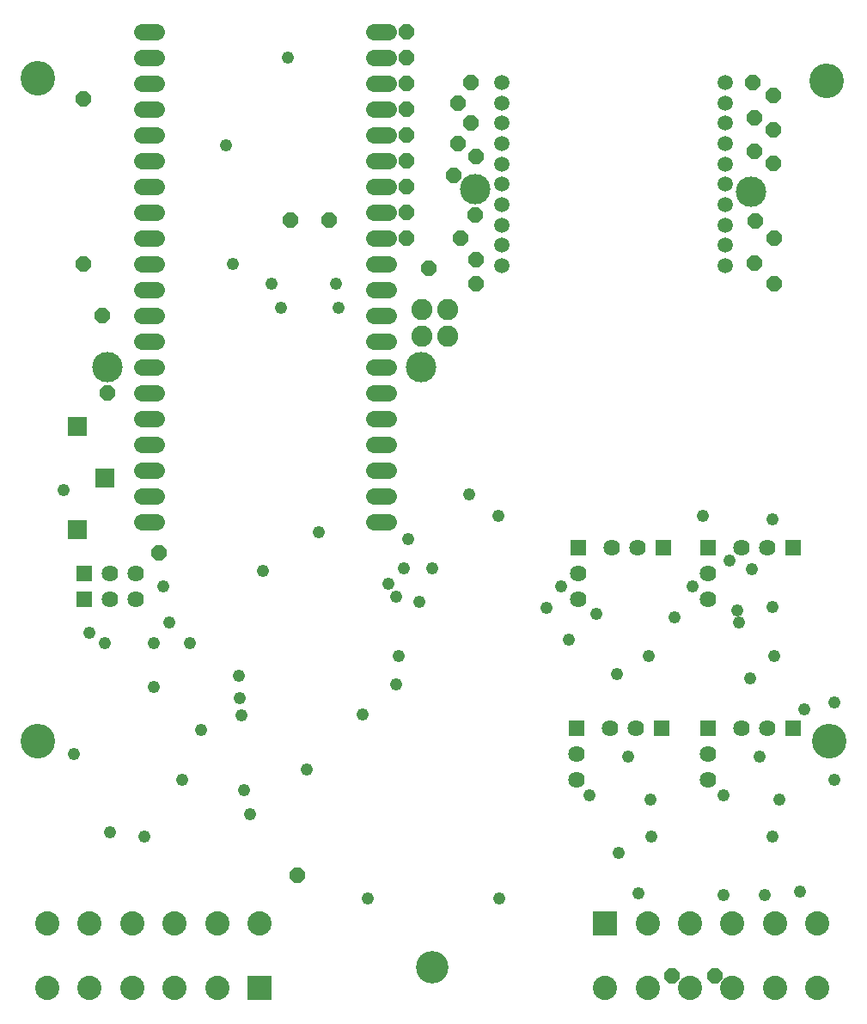
<source format=gbs>
G75*
%MOIN*%
%OFA0B0*%
%FSLAX25Y25*%
%IPPOS*%
%LPD*%
%AMOC8*
5,1,8,0,0,1.08239X$1,22.5*
%
%ADD10C,0.11824*%
%ADD11C,0.13398*%
%ADD12C,0.12611*%
%ADD13C,0.09400*%
%ADD14R,0.09400X0.09400*%
%ADD15C,0.05950*%
%ADD16R,0.06400X0.06400*%
%ADD17C,0.06400*%
%ADD18C,0.08200*%
%ADD19OC8,0.05950*%
%ADD20C,0.06400*%
%ADD21R,0.07296X0.07296*%
%ADD22C,0.04762*%
%ADD23C,0.04800*%
D10*
X0129934Y0308834D03*
X0251334Y0308834D03*
X0272334Y0377834D03*
X0379334Y0376834D03*
D11*
X0408834Y0419834D03*
X0409834Y0163834D03*
X0102834Y0163834D03*
X0102834Y0420834D03*
D12*
X0255834Y0076197D03*
D13*
X0106307Y0068480D03*
X0122803Y0068480D03*
X0139299Y0068480D03*
X0155795Y0068480D03*
X0172291Y0068480D03*
X0172291Y0093480D03*
X0188787Y0093480D03*
X0155795Y0093480D03*
X0139299Y0093480D03*
X0122803Y0093480D03*
X0106307Y0093480D03*
X0322842Y0068480D03*
X0339299Y0068480D03*
X0355756Y0068480D03*
X0372212Y0068480D03*
X0388669Y0068480D03*
X0405126Y0068480D03*
X0405126Y0093480D03*
X0388669Y0093480D03*
X0372212Y0093480D03*
X0355756Y0093480D03*
X0339299Y0093480D03*
D14*
X0322842Y0093480D03*
X0188787Y0068480D03*
D15*
X0282685Y0348401D03*
X0282685Y0356275D03*
X0282685Y0364149D03*
X0282685Y0372023D03*
X0282685Y0379897D03*
X0282685Y0387771D03*
X0282685Y0395645D03*
X0282685Y0403519D03*
X0282685Y0411393D03*
X0282685Y0419267D03*
X0369299Y0419267D03*
X0369299Y0411393D03*
X0369299Y0403519D03*
X0369299Y0395645D03*
X0369299Y0387771D03*
X0369299Y0379897D03*
X0369299Y0372023D03*
X0369299Y0364149D03*
X0369299Y0356275D03*
X0369299Y0348401D03*
D16*
X0362834Y0238834D03*
X0345334Y0238834D03*
X0312334Y0238834D03*
X0311834Y0168834D03*
X0344834Y0168834D03*
X0362834Y0168834D03*
X0395834Y0168834D03*
X0395834Y0238834D03*
X0120834Y0228834D03*
X0120834Y0218834D03*
D17*
X0130834Y0218834D03*
X0130834Y0228834D03*
X0140834Y0228834D03*
X0140834Y0218834D03*
X0312334Y0218834D03*
X0312334Y0228834D03*
X0325334Y0238834D03*
X0335334Y0238834D03*
X0362834Y0228834D03*
X0362834Y0218834D03*
X0375834Y0238834D03*
X0385834Y0238834D03*
X0385834Y0168834D03*
X0375834Y0168834D03*
X0362834Y0158834D03*
X0362834Y0148834D03*
X0334834Y0168834D03*
X0324834Y0168834D03*
X0311834Y0158834D03*
X0311834Y0148834D03*
D18*
X0261834Y0320834D03*
X0251834Y0320834D03*
X0251834Y0331334D03*
X0261834Y0331334D03*
D19*
X0272740Y0341401D03*
X0272795Y0350775D03*
X0266740Y0359149D03*
X0272295Y0368023D03*
X0264240Y0383397D03*
X0272795Y0390771D03*
X0265740Y0395645D03*
X0270795Y0403519D03*
X0265740Y0411433D03*
X0270795Y0419274D03*
X0245834Y0418834D03*
X0245834Y0408834D03*
X0245834Y0398834D03*
X0245834Y0388834D03*
X0245834Y0378834D03*
X0245834Y0368834D03*
X0245834Y0358834D03*
X0254334Y0347334D03*
X0215834Y0365834D03*
X0200834Y0365834D03*
X0245834Y0428834D03*
X0245834Y0438834D03*
X0127834Y0328834D03*
X0120504Y0348882D03*
X0129756Y0298867D03*
X0149834Y0236834D03*
X0203334Y0111834D03*
X0348834Y0072834D03*
X0365334Y0072834D03*
X0388586Y0341401D03*
X0380744Y0349275D03*
X0388578Y0359149D03*
X0381244Y0365531D03*
X0388078Y0387889D03*
X0380744Y0392756D03*
X0388086Y0401137D03*
X0380744Y0405559D03*
X0388086Y0414393D03*
X0380244Y0419267D03*
X0120504Y0412882D03*
D20*
X0143034Y0408834D02*
X0148634Y0408834D01*
X0148634Y0398834D02*
X0143034Y0398834D01*
X0143034Y0388834D02*
X0148634Y0388834D01*
X0148634Y0378834D02*
X0143034Y0378834D01*
X0143034Y0368834D02*
X0148634Y0368834D01*
X0148634Y0358834D02*
X0143034Y0358834D01*
X0143034Y0348834D02*
X0148634Y0348834D01*
X0148634Y0338834D02*
X0143034Y0338834D01*
X0143034Y0328834D02*
X0148634Y0328834D01*
X0148634Y0318834D02*
X0143034Y0318834D01*
X0143034Y0308834D02*
X0148634Y0308834D01*
X0148634Y0298834D02*
X0143034Y0298834D01*
X0143034Y0288834D02*
X0148634Y0288834D01*
X0148634Y0278834D02*
X0143034Y0278834D01*
X0143034Y0268834D02*
X0148634Y0268834D01*
X0148634Y0258834D02*
X0143034Y0258834D01*
X0143034Y0248834D02*
X0148634Y0248834D01*
X0233034Y0248834D02*
X0238634Y0248834D01*
X0238634Y0258834D02*
X0233034Y0258834D01*
X0233034Y0268834D02*
X0238634Y0268834D01*
X0238634Y0278834D02*
X0233034Y0278834D01*
X0233034Y0288834D02*
X0238634Y0288834D01*
X0238634Y0298834D02*
X0233034Y0298834D01*
X0233034Y0308834D02*
X0238634Y0308834D01*
X0238634Y0318834D02*
X0233034Y0318834D01*
X0233034Y0328834D02*
X0238634Y0328834D01*
X0238634Y0338834D02*
X0233034Y0338834D01*
X0233034Y0348834D02*
X0238634Y0348834D01*
X0238634Y0358834D02*
X0233034Y0358834D01*
X0233034Y0368834D02*
X0238634Y0368834D01*
X0238634Y0378834D02*
X0233034Y0378834D01*
X0233034Y0388834D02*
X0238634Y0388834D01*
X0238634Y0398834D02*
X0233034Y0398834D01*
X0233034Y0408834D02*
X0238634Y0408834D01*
X0238634Y0418834D02*
X0233034Y0418834D01*
X0233034Y0428834D02*
X0238634Y0428834D01*
X0238634Y0438834D02*
X0233034Y0438834D01*
X0148634Y0438834D02*
X0143034Y0438834D01*
X0143034Y0428834D02*
X0148634Y0428834D01*
X0148634Y0418834D02*
X0143034Y0418834D01*
D21*
X0118234Y0285834D03*
X0128834Y0265834D03*
X0118234Y0245834D03*
D22*
X0151334Y0223834D03*
X0153834Y0209834D03*
X0147834Y0201834D03*
X0161834Y0201834D03*
X0147834Y0184834D03*
X0128834Y0201834D03*
X0122834Y0205834D03*
X0116834Y0158834D03*
X0158834Y0148834D03*
X0182834Y0144834D03*
X0181834Y0173834D03*
X0190284Y0229934D03*
X0211834Y0244834D03*
X0241834Y0219834D03*
X0250834Y0217834D03*
X0255834Y0230834D03*
X0244834Y0230834D03*
X0270134Y0259634D03*
X0281334Y0251334D03*
X0305834Y0223834D03*
X0319334Y0213334D03*
X0308834Y0203334D03*
X0339834Y0196834D03*
X0356834Y0223834D03*
X0374834Y0209834D03*
X0387834Y0215834D03*
X0379634Y0230584D03*
X0387834Y0249834D03*
X0360834Y0251334D03*
X0388334Y0196834D03*
X0411834Y0178834D03*
X0411834Y0148834D03*
X0387834Y0126834D03*
X0384834Y0104334D03*
X0368834Y0104334D03*
X0340834Y0126834D03*
X0335834Y0104834D03*
X0316834Y0142834D03*
X0331834Y0157834D03*
X0368834Y0142834D03*
X0382834Y0157834D03*
X0281834Y0102834D03*
X0230834Y0102834D03*
X0242834Y0196834D03*
X0219334Y0331984D03*
X0218334Y0341334D03*
X0196984Y0331984D03*
X0193334Y0341334D03*
X0178334Y0348834D03*
X0175834Y0394834D03*
X0199834Y0428834D03*
D23*
X0112834Y0261284D03*
X0180734Y0189234D03*
X0181234Y0180784D03*
X0165984Y0168184D03*
X0185234Y0135784D03*
X0207234Y0152884D03*
X0228834Y0174484D03*
X0241884Y0185934D03*
X0238834Y0224834D03*
X0246384Y0242434D03*
X0300184Y0215584D03*
X0327384Y0189834D03*
X0349634Y0211834D03*
X0373984Y0214634D03*
X0370984Y0233984D03*
X0379134Y0188334D03*
X0400284Y0176284D03*
X0390384Y0141184D03*
X0398484Y0105784D03*
X0340434Y0141184D03*
X0328284Y0120684D03*
X0144184Y0127034D03*
X0130634Y0128684D03*
M02*

</source>
